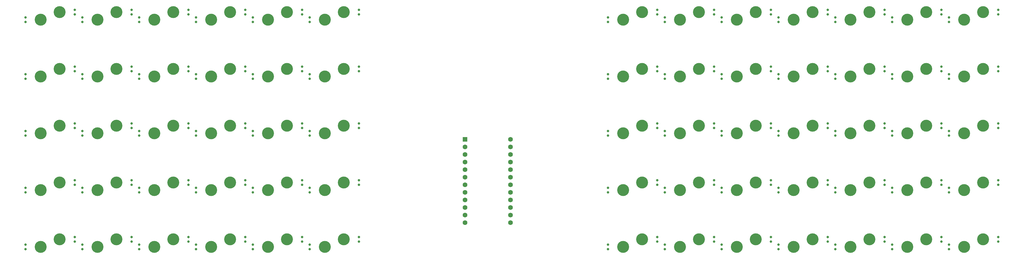
<source format=gtl>
G04 #@! TF.GenerationSoftware,KiCad,Pcbnew,(5.1.4)-1*
G04 #@! TF.CreationDate,2021-12-20T20:52:28+07:00*
G04 #@! TF.ProjectId,Eihi5x13,45696869-3578-4313-932e-6b696361645f,rev?*
G04 #@! TF.SameCoordinates,Original*
G04 #@! TF.FileFunction,Copper,L1,Top*
G04 #@! TF.FilePolarity,Positive*
%FSLAX46Y46*%
G04 Gerber Fmt 4.6, Leading zero omitted, Abs format (unit mm)*
G04 Created by KiCad (PCBNEW (5.1.4)-1) date 2021-12-20 20:52:28*
%MOMM*%
%LPD*%
G04 APERTURE LIST*
%ADD10C,1.600000*%
%ADD11R,1.600000X1.600000*%
%ADD12C,4.000000*%
%ADD13C,0.800000*%
G04 APERTURE END LIST*
D10*
X182245000Y-101123750D03*
X182245000Y-103663750D03*
X182245000Y-106203750D03*
X182245000Y-108743750D03*
X182245000Y-111283750D03*
X182245000Y-113823750D03*
X182245000Y-116363750D03*
X182245000Y-118903750D03*
X182245000Y-121443750D03*
X182245000Y-123983750D03*
X182245000Y-126523750D03*
X182245000Y-129063750D03*
X167005000Y-129063750D03*
X167005000Y-126523750D03*
X167005000Y-123983750D03*
X167005000Y-121443750D03*
X167005000Y-118903750D03*
X167005000Y-116363750D03*
X167005000Y-113823750D03*
X167005000Y-111283750D03*
X167005000Y-108743750D03*
X167005000Y-106203750D03*
X167005000Y-103663750D03*
D11*
X167005000Y-101123750D03*
D12*
X31115000Y-134620000D03*
X24765000Y-137160000D03*
D13*
X19685000Y-136398000D03*
X36195000Y-133858000D03*
X19685000Y-137922000D03*
X36195000Y-135382000D03*
D12*
X31115000Y-115569999D03*
X24765000Y-118109999D03*
D13*
X19685000Y-117347999D03*
X36195000Y-114807999D03*
X19685000Y-118871999D03*
X36195000Y-116331999D03*
D12*
X31114999Y-96520000D03*
X24764999Y-99060000D03*
D13*
X19684999Y-98298000D03*
X36194999Y-95758000D03*
X19684999Y-99822000D03*
X36194999Y-97282000D03*
D12*
X31115000Y-77470001D03*
X24765000Y-80010001D03*
D13*
X19685000Y-79248001D03*
X36195000Y-76708001D03*
X19685000Y-80772001D03*
X36195000Y-78232001D03*
D12*
X31115000Y-58420000D03*
X24765000Y-60960000D03*
D13*
X19685000Y-60198000D03*
X36195000Y-57658000D03*
X19685000Y-61722000D03*
X36195000Y-59182000D03*
D12*
X50165000Y-134620000D03*
X43815000Y-137160000D03*
D13*
X38735000Y-136398000D03*
X55245000Y-133858000D03*
X38735000Y-137922000D03*
X55245000Y-135382000D03*
D12*
X50165000Y-115570000D03*
X43815000Y-118110000D03*
D13*
X38735000Y-117348000D03*
X55245000Y-114808000D03*
X38735000Y-118872000D03*
X55245000Y-116332000D03*
D12*
X50164999Y-96520000D03*
X43814999Y-99060000D03*
D13*
X38734999Y-98298000D03*
X55244999Y-95758000D03*
X38734999Y-99822000D03*
X55244999Y-97282000D03*
D12*
X50165000Y-77470000D03*
X43815000Y-80010000D03*
D13*
X38735000Y-79248000D03*
X55245000Y-76708000D03*
X38735000Y-80772000D03*
X55245000Y-78232000D03*
D12*
X50165000Y-58420000D03*
X43815000Y-60960000D03*
D13*
X38735000Y-60198000D03*
X55245000Y-57658000D03*
X38735000Y-61722000D03*
X55245000Y-59182000D03*
D12*
X69215000Y-134620000D03*
X62865000Y-137160000D03*
D13*
X57785000Y-136398000D03*
X74295000Y-133858000D03*
X57785000Y-137922000D03*
X74295000Y-135382000D03*
D12*
X69215000Y-115570000D03*
X62865000Y-118110000D03*
D13*
X57785000Y-117348000D03*
X74295000Y-114808000D03*
X57785000Y-118872000D03*
X74295000Y-116332000D03*
D12*
X69215000Y-96520000D03*
X62865000Y-99060000D03*
D13*
X57785000Y-98298000D03*
X74295000Y-95758000D03*
X57785000Y-99822000D03*
X74295000Y-97282000D03*
D12*
X69215000Y-77470000D03*
X62865000Y-80010000D03*
D13*
X57785000Y-79248000D03*
X74295000Y-76708000D03*
X57785000Y-80772000D03*
X74295000Y-78232000D03*
D12*
X69215000Y-58420000D03*
X62865000Y-60960000D03*
D13*
X57785000Y-60198000D03*
X74295000Y-57658000D03*
X57785000Y-61722000D03*
X74295000Y-59182000D03*
D12*
X88265000Y-134620000D03*
X81915000Y-137160000D03*
D13*
X76835000Y-136398000D03*
X93345000Y-133858000D03*
X76835000Y-137922000D03*
X93345000Y-135382000D03*
D12*
X88265000Y-115570000D03*
X81915000Y-118110000D03*
D13*
X76835000Y-117348000D03*
X93345000Y-114808000D03*
X76835000Y-118872000D03*
X93345000Y-116332000D03*
D12*
X88265000Y-96520000D03*
X81915000Y-99060000D03*
D13*
X76835000Y-98298000D03*
X93345000Y-95758000D03*
X76835000Y-99822000D03*
X93345000Y-97282000D03*
D12*
X88265000Y-77470000D03*
X81915000Y-80010000D03*
D13*
X76835000Y-79248000D03*
X93345000Y-76708000D03*
X76835000Y-80772000D03*
X93345000Y-78232000D03*
D12*
X88265000Y-58420000D03*
X81915000Y-60960000D03*
D13*
X76835000Y-60198000D03*
X93345000Y-57658000D03*
X76835000Y-61722000D03*
X93345000Y-59182000D03*
D12*
X107315000Y-134620000D03*
X100965000Y-137160000D03*
D13*
X95885000Y-136398000D03*
X112395000Y-133858000D03*
X95885000Y-137922000D03*
X112395000Y-135382000D03*
D12*
X107315000Y-115570000D03*
X100965000Y-118110000D03*
D13*
X95885000Y-117348000D03*
X112395000Y-114808000D03*
X95885000Y-118872000D03*
X112395000Y-116332000D03*
D12*
X107315000Y-96520000D03*
X100965000Y-99060000D03*
D13*
X95885000Y-98298000D03*
X112395000Y-95758000D03*
X95885000Y-99822000D03*
X112395000Y-97282000D03*
D12*
X107315000Y-77470000D03*
X100965000Y-80010000D03*
D13*
X95885000Y-79248000D03*
X112395000Y-76708000D03*
X95885000Y-80772000D03*
X112395000Y-78232000D03*
D12*
X107315000Y-58420000D03*
X100965000Y-60960000D03*
D13*
X95885000Y-60198000D03*
X112395000Y-57658000D03*
X95885000Y-61722000D03*
X112395000Y-59182000D03*
D12*
X126365000Y-134620000D03*
X120015000Y-137160000D03*
D13*
X114935000Y-136398000D03*
X131445000Y-133858000D03*
X114935000Y-137922000D03*
X131445000Y-135382000D03*
D12*
X126365000Y-115570000D03*
X120015000Y-118110000D03*
D13*
X114935000Y-117348000D03*
X131445000Y-114808000D03*
X114935000Y-118872000D03*
X131445000Y-116332000D03*
D12*
X126365000Y-96519999D03*
X120015000Y-99059999D03*
D13*
X114935000Y-98297999D03*
X131445000Y-95757999D03*
X114935000Y-99821999D03*
X131445000Y-97281999D03*
D12*
X126365000Y-77470000D03*
X120015000Y-80010000D03*
D13*
X114935000Y-79248000D03*
X131445000Y-76708000D03*
X114935000Y-80772000D03*
X131445000Y-78232000D03*
D12*
X126365000Y-58420000D03*
X120015000Y-60960000D03*
D13*
X114935000Y-60198000D03*
X131445000Y-57658000D03*
X114935000Y-61722000D03*
X131445000Y-59182000D03*
X231457500Y-135382000D03*
X214947500Y-137922000D03*
X231457500Y-133858000D03*
X214947500Y-136398000D03*
D12*
X220027500Y-137160000D03*
X226377500Y-134620000D03*
D13*
X231457500Y-116332000D03*
X214947500Y-118872000D03*
X231457500Y-114808000D03*
X214947500Y-117348000D03*
D12*
X220027500Y-118110000D03*
X226377500Y-115570000D03*
D13*
X231457500Y-97282000D03*
X214947500Y-99822000D03*
X231457500Y-95758000D03*
X214947500Y-98298000D03*
D12*
X220027500Y-99060000D03*
X226377500Y-96520000D03*
D13*
X231457500Y-78232000D03*
X214947500Y-80772000D03*
X231457500Y-76708000D03*
X214947500Y-79248000D03*
D12*
X220027500Y-80010000D03*
X226377500Y-77470000D03*
D13*
X231457500Y-59182000D03*
X214947500Y-61722000D03*
X231457500Y-57658000D03*
X214947500Y-60198000D03*
D12*
X220027500Y-60960000D03*
X226377500Y-58420000D03*
D13*
X250507500Y-135382000D03*
X233997500Y-137922000D03*
X250507500Y-133858000D03*
X233997500Y-136398000D03*
D12*
X239077500Y-137160000D03*
X245427500Y-134620000D03*
D13*
X250507500Y-116332000D03*
X233997500Y-118872000D03*
X250507500Y-114808000D03*
X233997500Y-117348000D03*
D12*
X239077500Y-118110000D03*
X245427500Y-115570000D03*
D13*
X250507500Y-97282000D03*
X233997500Y-99822000D03*
X250507500Y-95758000D03*
X233997500Y-98298000D03*
D12*
X239077500Y-99060000D03*
X245427500Y-96520000D03*
D13*
X250507500Y-78232000D03*
X233997500Y-80772000D03*
X250507500Y-76708000D03*
X233997500Y-79248000D03*
D12*
X239077500Y-80010000D03*
X245427500Y-77470000D03*
D13*
X250507500Y-59182000D03*
X233997500Y-61722000D03*
X250507500Y-57658000D03*
X233997500Y-60198000D03*
D12*
X239077500Y-60960000D03*
X245427500Y-58420000D03*
D13*
X269557500Y-135382000D03*
X253047500Y-137922000D03*
X269557500Y-133858000D03*
X253047500Y-136398000D03*
D12*
X258127500Y-137160000D03*
X264477500Y-134620000D03*
D13*
X269557500Y-116332000D03*
X253047500Y-118872000D03*
X269557500Y-114808000D03*
X253047500Y-117348000D03*
D12*
X258127500Y-118110000D03*
X264477500Y-115570000D03*
D13*
X269557500Y-97282000D03*
X253047500Y-99822000D03*
X269557500Y-95758000D03*
X253047500Y-98298000D03*
D12*
X258127500Y-99060000D03*
X264477500Y-96520000D03*
D13*
X269557500Y-78232000D03*
X253047500Y-80772000D03*
X269557500Y-76708000D03*
X253047500Y-79248000D03*
D12*
X258127500Y-80010000D03*
X264477500Y-77470000D03*
D13*
X269557500Y-59182000D03*
X253047500Y-61722000D03*
X269557500Y-57658000D03*
X253047500Y-60198000D03*
D12*
X258127500Y-60960000D03*
X264477500Y-58420000D03*
D13*
X288607500Y-135382000D03*
X272097500Y-137922000D03*
X288607500Y-133858000D03*
X272097500Y-136398000D03*
D12*
X277177500Y-137160000D03*
X283527500Y-134620000D03*
D13*
X288607500Y-116332000D03*
X272097500Y-118872000D03*
X288607500Y-114808000D03*
X272097500Y-117348000D03*
D12*
X277177500Y-118110000D03*
X283527500Y-115570000D03*
D13*
X288607500Y-97282000D03*
X272097500Y-99822000D03*
X288607500Y-95758000D03*
X272097500Y-98298000D03*
D12*
X277177500Y-99060000D03*
X283527500Y-96520000D03*
D13*
X288607500Y-78232000D03*
X272097500Y-80772000D03*
X288607500Y-76708000D03*
X272097500Y-79248000D03*
D12*
X277177500Y-80010000D03*
X283527500Y-77470000D03*
D13*
X288607500Y-59182000D03*
X272097500Y-61722000D03*
X288607500Y-57658000D03*
X272097500Y-60198000D03*
D12*
X277177500Y-60960000D03*
X283527500Y-58420000D03*
D13*
X307657500Y-135382000D03*
X291147500Y-137922000D03*
X307657500Y-133858000D03*
X291147500Y-136398000D03*
D12*
X296227500Y-137160000D03*
X302577500Y-134620000D03*
D13*
X307657500Y-116332000D03*
X291147500Y-118872000D03*
X307657500Y-114808000D03*
X291147500Y-117348000D03*
D12*
X296227500Y-118110000D03*
X302577500Y-115570000D03*
D13*
X307657500Y-97282000D03*
X291147500Y-99822000D03*
X307657500Y-95758000D03*
X291147500Y-98298000D03*
D12*
X296227500Y-99060000D03*
X302577500Y-96520000D03*
D13*
X307657500Y-78232000D03*
X291147500Y-80772000D03*
X307657500Y-76708000D03*
X291147500Y-79248000D03*
D12*
X296227500Y-80010000D03*
X302577500Y-77470000D03*
D13*
X307657500Y-59182000D03*
X291147500Y-61722000D03*
X307657500Y-57658000D03*
X291147500Y-60198000D03*
D12*
X296227500Y-60960000D03*
X302577500Y-58420000D03*
D13*
X326707500Y-135382000D03*
X310197500Y-137922000D03*
X326707500Y-133858000D03*
X310197500Y-136398000D03*
D12*
X315277500Y-137160000D03*
X321627500Y-134620000D03*
D13*
X326707500Y-116332000D03*
X310197500Y-118872000D03*
X326707500Y-114808000D03*
X310197500Y-117348000D03*
D12*
X315277500Y-118110000D03*
X321627500Y-115570000D03*
D13*
X326707500Y-97282000D03*
X310197500Y-99822000D03*
X326707500Y-95758000D03*
X310197500Y-98298000D03*
D12*
X315277500Y-99060000D03*
X321627500Y-96520000D03*
D13*
X326707500Y-78232000D03*
X310197500Y-80772000D03*
X326707500Y-76708000D03*
X310197500Y-79248000D03*
D12*
X315277500Y-80010000D03*
X321627500Y-77470000D03*
D13*
X326707500Y-59182000D03*
X310197500Y-61722000D03*
X326707500Y-57658000D03*
X310197500Y-60198000D03*
D12*
X315277500Y-60960000D03*
X321627500Y-58420000D03*
D13*
X345757500Y-135382000D03*
X329247500Y-137922000D03*
X345757500Y-133858000D03*
X329247500Y-136398000D03*
D12*
X334327500Y-137160000D03*
X340677500Y-134620000D03*
D13*
X345757500Y-116332000D03*
X329247500Y-118872000D03*
X345757500Y-114808000D03*
X329247500Y-117348000D03*
D12*
X334327500Y-118110000D03*
X340677500Y-115570000D03*
D13*
X345757500Y-97282000D03*
X329247500Y-99822000D03*
X345757500Y-95758000D03*
X329247500Y-98298000D03*
D12*
X334327500Y-99060000D03*
X340677500Y-96520000D03*
D13*
X345757500Y-78232000D03*
X329247500Y-80772000D03*
X345757500Y-76708000D03*
X329247500Y-79248000D03*
D12*
X334327500Y-80010000D03*
X340677500Y-77470000D03*
D13*
X345757500Y-59182000D03*
X329247500Y-61722000D03*
X345757500Y-57658000D03*
X329247500Y-60198000D03*
D12*
X334327500Y-60960000D03*
X340677500Y-58420000D03*
M02*

</source>
